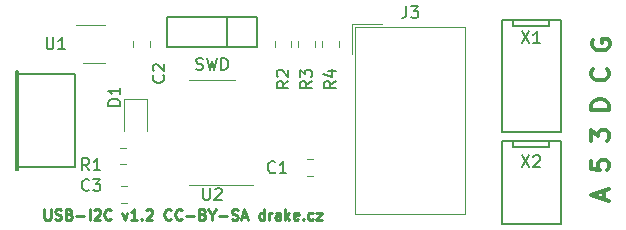
<source format=gbr>
G04 #@! TF.GenerationSoftware,KiCad,Pcbnew,5.1.5+dfsg1-2build2*
G04 #@! TF.CreationDate,2021-04-06T18:43:33+02:00*
G04 #@! TF.ProjectId,USB-I2C,5553422d-4932-4432-9e6b-696361645f70,rev?*
G04 #@! TF.SameCoordinates,Original*
G04 #@! TF.FileFunction,Legend,Top*
G04 #@! TF.FilePolarity,Positive*
%FSLAX46Y46*%
G04 Gerber Fmt 4.6, Leading zero omitted, Abs format (unit mm)*
G04 Created by KiCad (PCBNEW 5.1.5+dfsg1-2build2) date 2021-04-06 18:43:33*
%MOMM*%
%LPD*%
G04 APERTURE LIST*
%ADD10C,0.225000*%
%ADD11C,0.150000*%
%ADD12C,0.300000*%
%ADD13C,0.120000*%
%ADD14C,0.200660*%
G04 APERTURE END LIST*
D10*
X149300000Y-115507142D02*
X149300000Y-116235714D01*
X149342857Y-116321428D01*
X149385714Y-116364285D01*
X149471428Y-116407142D01*
X149642857Y-116407142D01*
X149728571Y-116364285D01*
X149771428Y-116321428D01*
X149814285Y-116235714D01*
X149814285Y-115507142D01*
X150200000Y-116364285D02*
X150328571Y-116407142D01*
X150542857Y-116407142D01*
X150628571Y-116364285D01*
X150671428Y-116321428D01*
X150714285Y-116235714D01*
X150714285Y-116150000D01*
X150671428Y-116064285D01*
X150628571Y-116021428D01*
X150542857Y-115978571D01*
X150371428Y-115935714D01*
X150285714Y-115892857D01*
X150242857Y-115850000D01*
X150200000Y-115764285D01*
X150200000Y-115678571D01*
X150242857Y-115592857D01*
X150285714Y-115550000D01*
X150371428Y-115507142D01*
X150585714Y-115507142D01*
X150714285Y-115550000D01*
X151400000Y-115935714D02*
X151528571Y-115978571D01*
X151571428Y-116021428D01*
X151614285Y-116107142D01*
X151614285Y-116235714D01*
X151571428Y-116321428D01*
X151528571Y-116364285D01*
X151442857Y-116407142D01*
X151100000Y-116407142D01*
X151100000Y-115507142D01*
X151400000Y-115507142D01*
X151485714Y-115550000D01*
X151528571Y-115592857D01*
X151571428Y-115678571D01*
X151571428Y-115764285D01*
X151528571Y-115850000D01*
X151485714Y-115892857D01*
X151400000Y-115935714D01*
X151100000Y-115935714D01*
X152000000Y-116064285D02*
X152685714Y-116064285D01*
X153114285Y-116407142D02*
X153114285Y-115507142D01*
X153500000Y-115592857D02*
X153542857Y-115550000D01*
X153628571Y-115507142D01*
X153842857Y-115507142D01*
X153928571Y-115550000D01*
X153971428Y-115592857D01*
X154014285Y-115678571D01*
X154014285Y-115764285D01*
X153971428Y-115892857D01*
X153457142Y-116407142D01*
X154014285Y-116407142D01*
X154914285Y-116321428D02*
X154871428Y-116364285D01*
X154742857Y-116407142D01*
X154657142Y-116407142D01*
X154528571Y-116364285D01*
X154442857Y-116278571D01*
X154400000Y-116192857D01*
X154357142Y-116021428D01*
X154357142Y-115892857D01*
X154400000Y-115721428D01*
X154442857Y-115635714D01*
X154528571Y-115550000D01*
X154657142Y-115507142D01*
X154742857Y-115507142D01*
X154871428Y-115550000D01*
X154914285Y-115592857D01*
X155900000Y-115807142D02*
X156114285Y-116407142D01*
X156328571Y-115807142D01*
X157142857Y-116407142D02*
X156628571Y-116407142D01*
X156885714Y-116407142D02*
X156885714Y-115507142D01*
X156800000Y-115635714D01*
X156714285Y-115721428D01*
X156628571Y-115764285D01*
X157528571Y-116321428D02*
X157571428Y-116364285D01*
X157528571Y-116407142D01*
X157485714Y-116364285D01*
X157528571Y-116321428D01*
X157528571Y-116407142D01*
X157914285Y-115592857D02*
X157957142Y-115550000D01*
X158042857Y-115507142D01*
X158257142Y-115507142D01*
X158342857Y-115550000D01*
X158385714Y-115592857D01*
X158428571Y-115678571D01*
X158428571Y-115764285D01*
X158385714Y-115892857D01*
X157871428Y-116407142D01*
X158428571Y-116407142D01*
X160014285Y-116321428D02*
X159971428Y-116364285D01*
X159842857Y-116407142D01*
X159757142Y-116407142D01*
X159628571Y-116364285D01*
X159542857Y-116278571D01*
X159500000Y-116192857D01*
X159457142Y-116021428D01*
X159457142Y-115892857D01*
X159500000Y-115721428D01*
X159542857Y-115635714D01*
X159628571Y-115550000D01*
X159757142Y-115507142D01*
X159842857Y-115507142D01*
X159971428Y-115550000D01*
X160014285Y-115592857D01*
X160914285Y-116321428D02*
X160871428Y-116364285D01*
X160742857Y-116407142D01*
X160657142Y-116407142D01*
X160528571Y-116364285D01*
X160442857Y-116278571D01*
X160400000Y-116192857D01*
X160357142Y-116021428D01*
X160357142Y-115892857D01*
X160400000Y-115721428D01*
X160442857Y-115635714D01*
X160528571Y-115550000D01*
X160657142Y-115507142D01*
X160742857Y-115507142D01*
X160871428Y-115550000D01*
X160914285Y-115592857D01*
X161300000Y-116064285D02*
X161985714Y-116064285D01*
X162714285Y-115935714D02*
X162842857Y-115978571D01*
X162885714Y-116021428D01*
X162928571Y-116107142D01*
X162928571Y-116235714D01*
X162885714Y-116321428D01*
X162842857Y-116364285D01*
X162757142Y-116407142D01*
X162414285Y-116407142D01*
X162414285Y-115507142D01*
X162714285Y-115507142D01*
X162800000Y-115550000D01*
X162842857Y-115592857D01*
X162885714Y-115678571D01*
X162885714Y-115764285D01*
X162842857Y-115850000D01*
X162800000Y-115892857D01*
X162714285Y-115935714D01*
X162414285Y-115935714D01*
X163485714Y-115978571D02*
X163485714Y-116407142D01*
X163185714Y-115507142D02*
X163485714Y-115978571D01*
X163785714Y-115507142D01*
X164085714Y-116064285D02*
X164771428Y-116064285D01*
X165157142Y-116364285D02*
X165285714Y-116407142D01*
X165500000Y-116407142D01*
X165585714Y-116364285D01*
X165628571Y-116321428D01*
X165671428Y-116235714D01*
X165671428Y-116150000D01*
X165628571Y-116064285D01*
X165585714Y-116021428D01*
X165500000Y-115978571D01*
X165328571Y-115935714D01*
X165242857Y-115892857D01*
X165200000Y-115850000D01*
X165157142Y-115764285D01*
X165157142Y-115678571D01*
X165200000Y-115592857D01*
X165242857Y-115550000D01*
X165328571Y-115507142D01*
X165542857Y-115507142D01*
X165671428Y-115550000D01*
X166014285Y-116150000D02*
X166442857Y-116150000D01*
X165928571Y-116407142D02*
X166228571Y-115507142D01*
X166528571Y-116407142D01*
X167900000Y-116407142D02*
X167900000Y-115507142D01*
X167900000Y-116364285D02*
X167814285Y-116407142D01*
X167642857Y-116407142D01*
X167557142Y-116364285D01*
X167514285Y-116321428D01*
X167471428Y-116235714D01*
X167471428Y-115978571D01*
X167514285Y-115892857D01*
X167557142Y-115850000D01*
X167642857Y-115807142D01*
X167814285Y-115807142D01*
X167900000Y-115850000D01*
X168328571Y-116407142D02*
X168328571Y-115807142D01*
X168328571Y-115978571D02*
X168371428Y-115892857D01*
X168414285Y-115850000D01*
X168500000Y-115807142D01*
X168585714Y-115807142D01*
X169271428Y-116407142D02*
X169271428Y-115935714D01*
X169228571Y-115850000D01*
X169142857Y-115807142D01*
X168971428Y-115807142D01*
X168885714Y-115850000D01*
X169271428Y-116364285D02*
X169185714Y-116407142D01*
X168971428Y-116407142D01*
X168885714Y-116364285D01*
X168842857Y-116278571D01*
X168842857Y-116192857D01*
X168885714Y-116107142D01*
X168971428Y-116064285D01*
X169185714Y-116064285D01*
X169271428Y-116021428D01*
X169700000Y-116407142D02*
X169700000Y-115507142D01*
X169785714Y-116064285D02*
X170042857Y-116407142D01*
X170042857Y-115807142D02*
X169700000Y-116150000D01*
X170771428Y-116364285D02*
X170685714Y-116407142D01*
X170514285Y-116407142D01*
X170428571Y-116364285D01*
X170385714Y-116278571D01*
X170385714Y-115935714D01*
X170428571Y-115850000D01*
X170514285Y-115807142D01*
X170685714Y-115807142D01*
X170771428Y-115850000D01*
X170814285Y-115935714D01*
X170814285Y-116021428D01*
X170385714Y-116107142D01*
X171200000Y-116321428D02*
X171242857Y-116364285D01*
X171200000Y-116407142D01*
X171157142Y-116364285D01*
X171200000Y-116321428D01*
X171200000Y-116407142D01*
X172014285Y-116364285D02*
X171928571Y-116407142D01*
X171757142Y-116407142D01*
X171671428Y-116364285D01*
X171628571Y-116321428D01*
X171585714Y-116235714D01*
X171585714Y-115978571D01*
X171628571Y-115892857D01*
X171671428Y-115850000D01*
X171757142Y-115807142D01*
X171928571Y-115807142D01*
X172014285Y-115850000D01*
X172314285Y-115807142D02*
X172785714Y-115807142D01*
X172314285Y-116407142D01*
X172785714Y-116407142D01*
D11*
X162142857Y-103654761D02*
X162285714Y-103702380D01*
X162523809Y-103702380D01*
X162619047Y-103654761D01*
X162666666Y-103607142D01*
X162714285Y-103511904D01*
X162714285Y-103416666D01*
X162666666Y-103321428D01*
X162619047Y-103273809D01*
X162523809Y-103226190D01*
X162333333Y-103178571D01*
X162238095Y-103130952D01*
X162190476Y-103083333D01*
X162142857Y-102988095D01*
X162142857Y-102892857D01*
X162190476Y-102797619D01*
X162238095Y-102750000D01*
X162333333Y-102702380D01*
X162571428Y-102702380D01*
X162714285Y-102750000D01*
X163047619Y-102702380D02*
X163285714Y-103702380D01*
X163476190Y-102988095D01*
X163666666Y-103702380D01*
X163904761Y-102702380D01*
X164285714Y-103702380D02*
X164285714Y-102702380D01*
X164523809Y-102702380D01*
X164666666Y-102750000D01*
X164761904Y-102845238D01*
X164809523Y-102940476D01*
X164857142Y-103130952D01*
X164857142Y-103273809D01*
X164809523Y-103464285D01*
X164761904Y-103559523D01*
X164666666Y-103654761D01*
X164523809Y-103702380D01*
X164285714Y-103702380D01*
D12*
X196670000Y-114657142D02*
X196670000Y-113942857D01*
X197098571Y-114800000D02*
X195598571Y-114300000D01*
X197098571Y-113800000D01*
X195598571Y-111402857D02*
X195598571Y-112117142D01*
X196312857Y-112188571D01*
X196241428Y-112117142D01*
X196170000Y-111974285D01*
X196170000Y-111617142D01*
X196241428Y-111474285D01*
X196312857Y-111402857D01*
X196455714Y-111331428D01*
X196812857Y-111331428D01*
X196955714Y-111402857D01*
X197027142Y-111474285D01*
X197098571Y-111617142D01*
X197098571Y-111974285D01*
X197027142Y-112117142D01*
X196955714Y-112188571D01*
X195598571Y-109720000D02*
X195598571Y-108791428D01*
X196170000Y-109291428D01*
X196170000Y-109077142D01*
X196241428Y-108934285D01*
X196312857Y-108862857D01*
X196455714Y-108791428D01*
X196812857Y-108791428D01*
X196955714Y-108862857D01*
X197027142Y-108934285D01*
X197098571Y-109077142D01*
X197098571Y-109505714D01*
X197027142Y-109648571D01*
X196955714Y-109720000D01*
X197098571Y-107072857D02*
X195598571Y-107072857D01*
X195598571Y-106715714D01*
X195670000Y-106501428D01*
X195812857Y-106358571D01*
X195955714Y-106287142D01*
X196241428Y-106215714D01*
X196455714Y-106215714D01*
X196741428Y-106287142D01*
X196884285Y-106358571D01*
X197027142Y-106501428D01*
X197098571Y-106715714D01*
X197098571Y-107072857D01*
X196955714Y-103675714D02*
X197027142Y-103747142D01*
X197098571Y-103961428D01*
X197098571Y-104104285D01*
X197027142Y-104318571D01*
X196884285Y-104461428D01*
X196741428Y-104532857D01*
X196455714Y-104604285D01*
X196241428Y-104604285D01*
X195955714Y-104532857D01*
X195812857Y-104461428D01*
X195670000Y-104318571D01*
X195598571Y-104104285D01*
X195598571Y-103961428D01*
X195670000Y-103747142D01*
X195741428Y-103675714D01*
X195750000Y-101207142D02*
X195678571Y-101350000D01*
X195678571Y-101564285D01*
X195750000Y-101778571D01*
X195892857Y-101921428D01*
X196035714Y-101992857D01*
X196321428Y-102064285D01*
X196535714Y-102064285D01*
X196821428Y-101992857D01*
X196964285Y-101921428D01*
X197107142Y-101778571D01*
X197178571Y-101564285D01*
X197178571Y-101421428D01*
X197107142Y-101207142D01*
X197035714Y-101135714D01*
X196535714Y-101135714D01*
X196535714Y-101421428D01*
D13*
X175345000Y-99860000D02*
X177885000Y-99860000D01*
X175345000Y-99860000D02*
X175345000Y-102400000D01*
X175595000Y-100110000D02*
X184945000Y-100110000D01*
X175595000Y-115890000D02*
X175595000Y-100110000D01*
X184945000Y-115890000D02*
X175595000Y-115890000D01*
X184945000Y-100110000D02*
X184945000Y-115890000D01*
X163500000Y-113435000D02*
X166950000Y-113435000D01*
X163500000Y-113435000D02*
X161550000Y-113435000D01*
X163500000Y-104565000D02*
X165450000Y-104565000D01*
X163500000Y-104565000D02*
X161550000Y-104565000D01*
D14*
X151900680Y-111898900D02*
X146899420Y-111898900D01*
X151900680Y-104101100D02*
X151900680Y-111898900D01*
X146899420Y-104101100D02*
X151900680Y-104101100D01*
X147100080Y-103798840D02*
X146899420Y-103798840D01*
X147100080Y-112201160D02*
X147100080Y-103798840D01*
X146899420Y-112201160D02*
X147100080Y-112201160D01*
X146899420Y-103798840D02*
X146899420Y-112201160D01*
X147001020Y-103798840D02*
X147001020Y-112201160D01*
D11*
X189000000Y-99500000D02*
X189000000Y-100000000D01*
X192000000Y-100000000D02*
X189000000Y-100000000D01*
X192000000Y-99500000D02*
X192000000Y-100000000D01*
X193000000Y-109000000D02*
X188000000Y-109000000D01*
X193000000Y-99500000D02*
X188000000Y-99500000D01*
X188000000Y-99500000D02*
X188000000Y-109000000D01*
X193000000Y-99500000D02*
X193000000Y-109000000D01*
X189000000Y-109770000D02*
X189000000Y-110270000D01*
X192000000Y-110270000D02*
X189000000Y-110270000D01*
X192000000Y-109770000D02*
X192000000Y-110270000D01*
X193000000Y-116730000D02*
X188000000Y-116730000D01*
X193000000Y-109770000D02*
X188000000Y-109770000D01*
X188000000Y-109770000D02*
X188000000Y-116730000D01*
X193000000Y-109770000D02*
X193000000Y-116730000D01*
X167310000Y-99230000D02*
X167310000Y-101770000D01*
X159690000Y-99230000D02*
X167310000Y-99230000D01*
X159690000Y-101770000D02*
X159690000Y-99230000D01*
X167310000Y-101770000D02*
X159690000Y-101770000D01*
X164770000Y-101770000D02*
X164770000Y-99230000D01*
D13*
X171491422Y-112710000D02*
X172008578Y-112710000D01*
X171491422Y-111290000D02*
X172008578Y-111290000D01*
X156790000Y-101241422D02*
X156790000Y-101758578D01*
X158210000Y-101241422D02*
X158210000Y-101758578D01*
X156258578Y-113540000D02*
X155741422Y-113540000D01*
X156258578Y-114960000D02*
X155741422Y-114960000D01*
X156040000Y-106215000D02*
X156040000Y-108900000D01*
X157960000Y-106215000D02*
X156040000Y-106215000D01*
X157960000Y-108900000D02*
X157960000Y-106215000D01*
X156208578Y-110290000D02*
X155691422Y-110290000D01*
X156208578Y-111710000D02*
X155691422Y-111710000D01*
X168790000Y-101241422D02*
X168790000Y-101758578D01*
X170210000Y-101241422D02*
X170210000Y-101758578D01*
X170790000Y-101241422D02*
X170790000Y-101758578D01*
X172210000Y-101241422D02*
X172210000Y-101758578D01*
X172790000Y-101241422D02*
X172790000Y-101758578D01*
X174210000Y-101241422D02*
X174210000Y-101758578D01*
X154400000Y-99890000D02*
X151950000Y-99890000D01*
X152600000Y-103110000D02*
X154400000Y-103110000D01*
D11*
X179936666Y-98308380D02*
X179936666Y-99022666D01*
X179889047Y-99165523D01*
X179793809Y-99260761D01*
X179650952Y-99308380D01*
X179555714Y-99308380D01*
X180317619Y-98308380D02*
X180936666Y-98308380D01*
X180603333Y-98689333D01*
X180746190Y-98689333D01*
X180841428Y-98736952D01*
X180889047Y-98784571D01*
X180936666Y-98879809D01*
X180936666Y-99117904D01*
X180889047Y-99213142D01*
X180841428Y-99260761D01*
X180746190Y-99308380D01*
X180460476Y-99308380D01*
X180365238Y-99260761D01*
X180317619Y-99213142D01*
X162738095Y-113732380D02*
X162738095Y-114541904D01*
X162785714Y-114637142D01*
X162833333Y-114684761D01*
X162928571Y-114732380D01*
X163119047Y-114732380D01*
X163214285Y-114684761D01*
X163261904Y-114637142D01*
X163309523Y-114541904D01*
X163309523Y-113732380D01*
X163738095Y-113827619D02*
X163785714Y-113780000D01*
X163880952Y-113732380D01*
X164119047Y-113732380D01*
X164214285Y-113780000D01*
X164261904Y-113827619D01*
X164309523Y-113922857D01*
X164309523Y-114018095D01*
X164261904Y-114160952D01*
X163690476Y-114732380D01*
X164309523Y-114732380D01*
X189690476Y-100452380D02*
X190357142Y-101452380D01*
X190357142Y-100452380D02*
X189690476Y-101452380D01*
X191261904Y-101452380D02*
X190690476Y-101452380D01*
X190976190Y-101452380D02*
X190976190Y-100452380D01*
X190880952Y-100595238D01*
X190785714Y-100690476D01*
X190690476Y-100738095D01*
X189690476Y-110952380D02*
X190357142Y-111952380D01*
X190357142Y-110952380D02*
X189690476Y-111952380D01*
X190690476Y-111047619D02*
X190738095Y-111000000D01*
X190833333Y-110952380D01*
X191071428Y-110952380D01*
X191166666Y-111000000D01*
X191214285Y-111047619D01*
X191261904Y-111142857D01*
X191261904Y-111238095D01*
X191214285Y-111380952D01*
X190642857Y-111952380D01*
X191261904Y-111952380D01*
X168833333Y-112357142D02*
X168785714Y-112404761D01*
X168642857Y-112452380D01*
X168547619Y-112452380D01*
X168404761Y-112404761D01*
X168309523Y-112309523D01*
X168261904Y-112214285D01*
X168214285Y-112023809D01*
X168214285Y-111880952D01*
X168261904Y-111690476D01*
X168309523Y-111595238D01*
X168404761Y-111500000D01*
X168547619Y-111452380D01*
X168642857Y-111452380D01*
X168785714Y-111500000D01*
X168833333Y-111547619D01*
X169785714Y-112452380D02*
X169214285Y-112452380D01*
X169500000Y-112452380D02*
X169500000Y-111452380D01*
X169404761Y-111595238D01*
X169309523Y-111690476D01*
X169214285Y-111738095D01*
X159357142Y-104166666D02*
X159404761Y-104214285D01*
X159452380Y-104357142D01*
X159452380Y-104452380D01*
X159404761Y-104595238D01*
X159309523Y-104690476D01*
X159214285Y-104738095D01*
X159023809Y-104785714D01*
X158880952Y-104785714D01*
X158690476Y-104738095D01*
X158595238Y-104690476D01*
X158500000Y-104595238D01*
X158452380Y-104452380D01*
X158452380Y-104357142D01*
X158500000Y-104214285D01*
X158547619Y-104166666D01*
X158547619Y-103785714D02*
X158500000Y-103738095D01*
X158452380Y-103642857D01*
X158452380Y-103404761D01*
X158500000Y-103309523D01*
X158547619Y-103261904D01*
X158642857Y-103214285D01*
X158738095Y-103214285D01*
X158880952Y-103261904D01*
X159452380Y-103833333D01*
X159452380Y-103214285D01*
X153083333Y-113857142D02*
X153035714Y-113904761D01*
X152892857Y-113952380D01*
X152797619Y-113952380D01*
X152654761Y-113904761D01*
X152559523Y-113809523D01*
X152511904Y-113714285D01*
X152464285Y-113523809D01*
X152464285Y-113380952D01*
X152511904Y-113190476D01*
X152559523Y-113095238D01*
X152654761Y-113000000D01*
X152797619Y-112952380D01*
X152892857Y-112952380D01*
X153035714Y-113000000D01*
X153083333Y-113047619D01*
X153416666Y-112952380D02*
X154035714Y-112952380D01*
X153702380Y-113333333D01*
X153845238Y-113333333D01*
X153940476Y-113380952D01*
X153988095Y-113428571D01*
X154035714Y-113523809D01*
X154035714Y-113761904D01*
X153988095Y-113857142D01*
X153940476Y-113904761D01*
X153845238Y-113952380D01*
X153559523Y-113952380D01*
X153464285Y-113904761D01*
X153416666Y-113857142D01*
X155702380Y-106738095D02*
X154702380Y-106738095D01*
X154702380Y-106500000D01*
X154750000Y-106357142D01*
X154845238Y-106261904D01*
X154940476Y-106214285D01*
X155130952Y-106166666D01*
X155273809Y-106166666D01*
X155464285Y-106214285D01*
X155559523Y-106261904D01*
X155654761Y-106357142D01*
X155702380Y-106500000D01*
X155702380Y-106738095D01*
X155702380Y-105214285D02*
X155702380Y-105785714D01*
X155702380Y-105500000D02*
X154702380Y-105500000D01*
X154845238Y-105595238D01*
X154940476Y-105690476D01*
X154988095Y-105785714D01*
X153083333Y-112202380D02*
X152750000Y-111726190D01*
X152511904Y-112202380D02*
X152511904Y-111202380D01*
X152892857Y-111202380D01*
X152988095Y-111250000D01*
X153035714Y-111297619D01*
X153083333Y-111392857D01*
X153083333Y-111535714D01*
X153035714Y-111630952D01*
X152988095Y-111678571D01*
X152892857Y-111726190D01*
X152511904Y-111726190D01*
X154035714Y-112202380D02*
X153464285Y-112202380D01*
X153750000Y-112202380D02*
X153750000Y-111202380D01*
X153654761Y-111345238D01*
X153559523Y-111440476D01*
X153464285Y-111488095D01*
X169952380Y-104666666D02*
X169476190Y-105000000D01*
X169952380Y-105238095D02*
X168952380Y-105238095D01*
X168952380Y-104857142D01*
X169000000Y-104761904D01*
X169047619Y-104714285D01*
X169142857Y-104666666D01*
X169285714Y-104666666D01*
X169380952Y-104714285D01*
X169428571Y-104761904D01*
X169476190Y-104857142D01*
X169476190Y-105238095D01*
X169047619Y-104285714D02*
X169000000Y-104238095D01*
X168952380Y-104142857D01*
X168952380Y-103904761D01*
X169000000Y-103809523D01*
X169047619Y-103761904D01*
X169142857Y-103714285D01*
X169238095Y-103714285D01*
X169380952Y-103761904D01*
X169952380Y-104333333D01*
X169952380Y-103714285D01*
X171952380Y-104666666D02*
X171476190Y-105000000D01*
X171952380Y-105238095D02*
X170952380Y-105238095D01*
X170952380Y-104857142D01*
X171000000Y-104761904D01*
X171047619Y-104714285D01*
X171142857Y-104666666D01*
X171285714Y-104666666D01*
X171380952Y-104714285D01*
X171428571Y-104761904D01*
X171476190Y-104857142D01*
X171476190Y-105238095D01*
X170952380Y-104333333D02*
X170952380Y-103714285D01*
X171333333Y-104047619D01*
X171333333Y-103904761D01*
X171380952Y-103809523D01*
X171428571Y-103761904D01*
X171523809Y-103714285D01*
X171761904Y-103714285D01*
X171857142Y-103761904D01*
X171904761Y-103809523D01*
X171952380Y-103904761D01*
X171952380Y-104190476D01*
X171904761Y-104285714D01*
X171857142Y-104333333D01*
X173952380Y-104666666D02*
X173476190Y-105000000D01*
X173952380Y-105238095D02*
X172952380Y-105238095D01*
X172952380Y-104857142D01*
X173000000Y-104761904D01*
X173047619Y-104714285D01*
X173142857Y-104666666D01*
X173285714Y-104666666D01*
X173380952Y-104714285D01*
X173428571Y-104761904D01*
X173476190Y-104857142D01*
X173476190Y-105238095D01*
X173285714Y-103809523D02*
X173952380Y-103809523D01*
X172904761Y-104047619D02*
X173619047Y-104285714D01*
X173619047Y-103666666D01*
X149488095Y-100952380D02*
X149488095Y-101761904D01*
X149535714Y-101857142D01*
X149583333Y-101904761D01*
X149678571Y-101952380D01*
X149869047Y-101952380D01*
X149964285Y-101904761D01*
X150011904Y-101857142D01*
X150059523Y-101761904D01*
X150059523Y-100952380D01*
X151059523Y-101952380D02*
X150488095Y-101952380D01*
X150773809Y-101952380D02*
X150773809Y-100952380D01*
X150678571Y-101095238D01*
X150583333Y-101190476D01*
X150488095Y-101238095D01*
M02*

</source>
